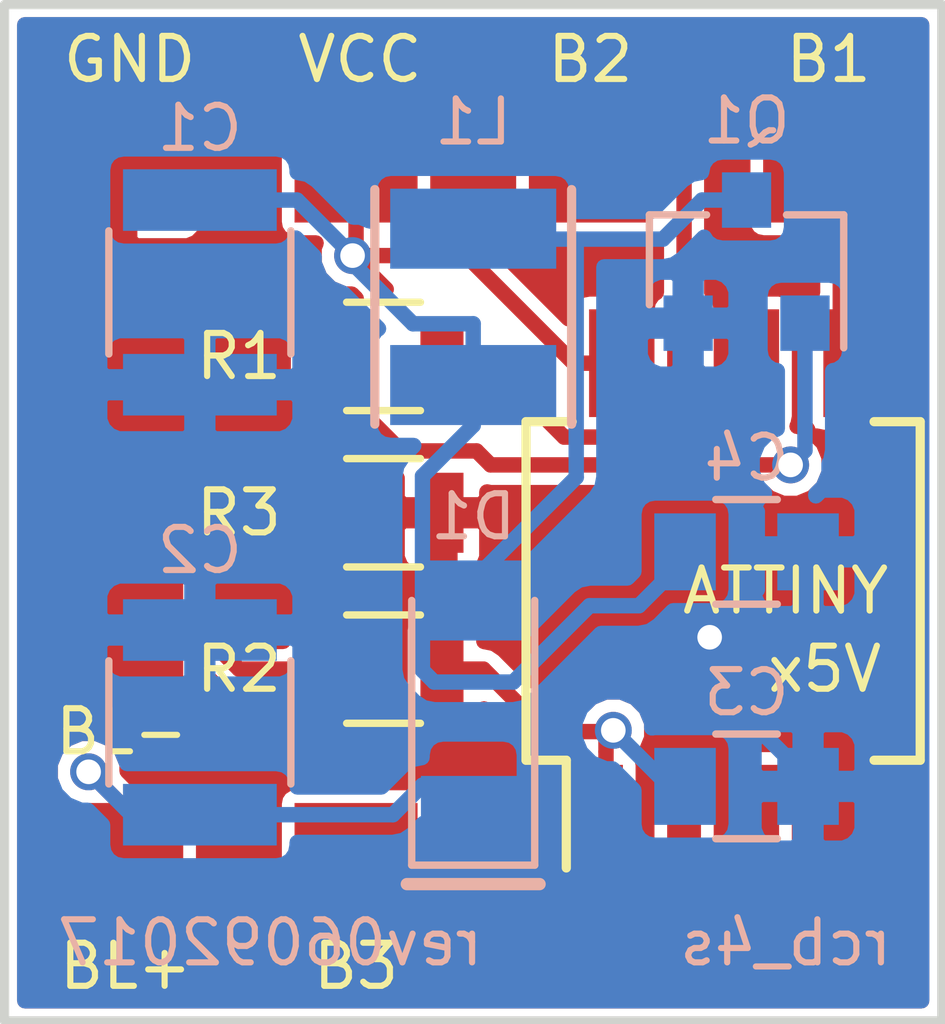
<source format=kicad_pcb>
(kicad_pcb (version 4) (host pcbnew 4.0.4-stable)

  (general
    (links 24)
    (no_connects 1)
    (area 109.144999 56.439999 124.535001 73.100001)
    (thickness 1.6)
    (drawings 8)
    (tracks 109)
    (zones 0)
    (modules 18)
    (nets 12)
  )

  (page A4)
  (layers
    (0 F.Cu signal hide)
    (31 B.Cu signal hide)
    (32 B.Adhes user)
    (33 F.Adhes user)
    (34 B.Paste user)
    (35 F.Paste user)
    (36 B.SilkS user)
    (37 F.SilkS user)
    (38 B.Mask user)
    (39 F.Mask user)
    (40 Dwgs.User user)
    (41 Cmts.User user)
    (42 Eco1.User user)
    (43 Eco2.User user)
    (44 Edge.Cuts user)
    (45 Margin user)
    (46 B.CrtYd user hide)
    (47 F.CrtYd user hide)
    (48 B.Fab user hide)
    (49 F.Fab user hide)
  )

  (setup
    (last_trace_width 0.25)
    (trace_clearance 0.2)
    (zone_clearance 0.127)
    (zone_45_only no)
    (trace_min 0.2)
    (segment_width 0.2)
    (edge_width 0.15)
    (via_size 0.6)
    (via_drill 0.4)
    (via_min_size 0.4)
    (via_min_drill 0.3)
    (uvia_size 0.3)
    (uvia_drill 0.1)
    (uvias_allowed no)
    (uvia_min_size 0.2)
    (uvia_min_drill 0.1)
    (pcb_text_width 0.3)
    (pcb_text_size 1.5 1.5)
    (mod_edge_width 0.15)
    (mod_text_size 1 1)
    (mod_text_width 0.15)
    (pad_size 2 2)
    (pad_drill 0)
    (pad_to_mask_clearance 0)
    (aux_axis_origin 0 0)
    (visible_elements 7FFFFD5F)
    (pcbplotparams
      (layerselection 0x010fc_80000001)
      (usegerberextensions true)
      (excludeedgelayer true)
      (linewidth 0.100000)
      (plotframeref false)
      (viasonmask false)
      (mode 1)
      (useauxorigin false)
      (hpglpennumber 1)
      (hpglpenspeed 20)
      (hpglpendiameter 15)
      (hpglpenoverlay 2)
      (psnegative false)
      (psa4output false)
      (plotreference true)
      (plotvalue true)
      (plotinvisibletext false)
      (padsonsilk false)
      (subtractmaskfromsilk false)
      (outputformat 1)
      (mirror false)
      (drillshape 0)
      (scaleselection 1)
      (outputdirectory gerber/panel/))
  )

  (net 0 "")
  (net 1 GND)
  (net 2 VCC)
  (net 3 "Net-(D1-Pad2)")
  (net 4 "Net-(IC1-Pad3)")
  (net 5 "Net-(IC1-Pad5)")
  (net 6 "Net-(IC1-Pad6)")
  (net 7 "Net-(IC1-Pad7)")
  (net 8 "Net-(Q1-Pad1)")
  (net 9 "Net-(R2-Pad2)")
  (net 10 "Net-(C3-Pad2)")
  (net 11 "Net-(C2-Pad1)")

  (net_class Default "Dies ist die voreingestellte Netzklasse."
    (clearance 0.2)
    (trace_width 0.25)
    (via_dia 0.6)
    (via_drill 0.4)
    (uvia_dia 0.3)
    (uvia_drill 0.1)
    (add_net GND)
    (add_net "Net-(C2-Pad1)")
    (add_net "Net-(C3-Pad2)")
    (add_net "Net-(D1-Pad2)")
    (add_net "Net-(IC1-Pad3)")
    (add_net "Net-(IC1-Pad5)")
    (add_net "Net-(IC1-Pad6)")
    (add_net "Net-(IC1-Pad7)")
    (add_net "Net-(Q1-Pad1)")
    (add_net "Net-(R2-Pad2)")
    (add_net VCC)
  )

  (module SMD_Packages:1Pin (layer F.Cu) (tedit 597AEFDF) (tstamp 59787732)
    (at 118.745 59.055)
    (descr "module 1 pin (ou trou mecanique de percage)")
    (tags DEV)
    (path /596DE91F)
    (fp_text reference W2 (at 0 -3.50012) (layer F.SilkS) hide
      (effects (font (size 1 1) (thickness 0.15)))
    )
    (fp_text value B2 (at 0 -1.651) (layer F.SilkS)
      (effects (font (size 0.7 0.7) (thickness 0.1)))
    )
    (pad 1 smd rect (at 0 0) (size 2 2) (layers F.Cu F.Paste F.Mask)
      (net 7 "Net-(IC1-Pad7)"))
  )

  (module SMD_Packages:1Pin (layer F.Cu) (tedit 597AEFD9) (tstamp 5978772D)
    (at 122.555 59.055)
    (descr "module 1 pin (ou trou mecanique de percage)")
    (tags DEV)
    (path /596DE836)
    (fp_text reference W1 (at 0 -3.50012) (layer F.SilkS) hide
      (effects (font (size 1 1) (thickness 0.15)))
    )
    (fp_text value B1 (at 0.0635 -1.651) (layer F.SilkS)
      (effects (font (size 0.7 0.7) (thickness 0.1)))
    )
    (pad 1 smd rect (at 0 0) (size 2 2) (layers F.Cu F.Paste F.Mask)
      (net 5 "Net-(IC1-Pad5)"))
  )

  (module SMD_Packages:1Pin (layer F.Cu) (tedit 597AEFE4) (tstamp 59787737)
    (at 114.935 70.485)
    (descr "module 1 pin (ou trou mecanique de percage)")
    (tags DEV)
    (path /596DE979)
    (fp_text reference W3 (at 0 -3.50012) (layer F.SilkS) hide
      (effects (font (size 1 1) (thickness 0.15)))
    )
    (fp_text value B3 (at 0 1.651) (layer F.SilkS)
      (effects (font (size 0.7 0.7) (thickness 0.1)))
    )
    (pad 1 smd rect (at 0 0) (size 2 2) (layers F.Cu F.Paste F.Mask)
      (net 4 "Net-(IC1-Pad3)"))
  )

  (module SMD_Packages:1Pin (layer F.Cu) (tedit 5978A7F2) (tstamp 59787741)
    (at 111.125 70.485)
    (descr "module 1 pin (ou trou mecanique de percage)")
    (tags DEV)
    (path /596DEE21)
    (fp_text reference W5 (at 0 -3.50012) (layer F.SilkS) hide
      (effects (font (size 1 1) (thickness 0.15)))
    )
    (fp_text value BL+ (at 0.0635 1.651) (layer F.SilkS)
      (effects (font (size 0.7 0.7) (thickness 0.1)))
    )
    (pad 1 smd rect (at 0 0) (size 2 2) (layers F.Cu F.Paste F.Mask)
      (net 11 "Net-(C2-Pad1)"))
  )

  (module SMD_Packages:1Pin (layer F.Cu) (tedit 5978A7EB) (tstamp 5978773C)
    (at 111.125 66.675 270)
    (descr "module 1 pin (ou trou mecanique de percage)")
    (tags DEV)
    (path /596DEB60)
    (fp_text reference W4 (at 0 -3.50012 270) (layer F.SilkS) hide
      (effects (font (size 1 1) (thickness 0.15)))
    )
    (fp_text value BL- (at 1.651 0 360) (layer F.SilkS)
      (effects (font (size 0.7 0.7) (thickness 0.1)))
    )
    (pad 1 smd rect (at 0 0 270) (size 2 2) (layers F.Cu F.Paste F.Mask)
      (net 9 "Net-(R2-Pad2)"))
  )

  (module SMD_Packages:1Pin (layer F.Cu) (tedit 5978A7E2) (tstamp 5978774B)
    (at 111.125 59.055)
    (descr "module 1 pin (ou trou mecanique de percage)")
    (tags DEV)
    (path /596E0601)
    (fp_text reference W7 (at 0 -3.50012) (layer F.SilkS) hide
      (effects (font (size 1 1) (thickness 0.15)))
    )
    (fp_text value GND (at 0.127 -1.651) (layer F.SilkS)
      (effects (font (size 0.7 0.7) (thickness 0.1)))
    )
    (pad 1 smd rect (at 0 0) (size 2 2) (layers F.Cu F.Paste F.Mask)
      (net 1 GND))
  )

  (module SMD_Packages:1Pin (layer F.Cu) (tedit 5978A7DA) (tstamp 59787746)
    (at 114.935 59.055)
    (descr "module 1 pin (ou trou mecanique de percage)")
    (tags DEV)
    (path /596E045D)
    (fp_text reference W6 (at 0 -3.50012) (layer F.SilkS) hide
      (effects (font (size 1 1) (thickness 0.15)))
    )
    (fp_text value VCC (at 0.0635 -1.651) (layer F.SilkS)
      (effects (font (size 0.7 0.7) (thickness 0.1)))
    )
    (pad 1 smd rect (at 0 0) (size 2 2) (layers F.Cu F.Paste F.Mask)
      (net 2 VCC))
  )

  (module Capacitors_SMD:C_0805 (layer B.Cu) (tedit 597AF01A) (tstamp 597876F7)
    (at 121.285 69.215 180)
    (descr "Capacitor SMD 0805, reflow soldering, AVX (see smccp.pdf)")
    (tags "capacitor 0805")
    (path /59775265)
    (attr smd)
    (fp_text reference C3 (at 0 1.524 180) (layer B.SilkS)
      (effects (font (size 0.7 0.7) (thickness 0.1)) (justify mirror))
    )
    (fp_text value 100nF (at 0 -1.75 180) (layer B.Fab) hide
      (effects (font (size 1 1) (thickness 0.15)) (justify mirror))
    )
    (fp_text user %R (at 0 1.5 180) (layer B.Fab)
      (effects (font (size 1 1) (thickness 0.15)) (justify mirror))
    )
    (fp_line (start -1 -0.62) (end -1 0.62) (layer B.Fab) (width 0.1))
    (fp_line (start 1 -0.62) (end -1 -0.62) (layer B.Fab) (width 0.1))
    (fp_line (start 1 0.62) (end 1 -0.62) (layer B.Fab) (width 0.1))
    (fp_line (start -1 0.62) (end 1 0.62) (layer B.Fab) (width 0.1))
    (fp_line (start 0.5 0.85) (end -0.5 0.85) (layer B.SilkS) (width 0.12))
    (fp_line (start -0.5 -0.85) (end 0.5 -0.85) (layer B.SilkS) (width 0.12))
    (fp_line (start -1.75 0.88) (end 1.75 0.88) (layer B.CrtYd) (width 0.05))
    (fp_line (start -1.75 0.88) (end -1.75 -0.87) (layer B.CrtYd) (width 0.05))
    (fp_line (start 1.75 -0.87) (end 1.75 0.88) (layer B.CrtYd) (width 0.05))
    (fp_line (start 1.75 -0.87) (end -1.75 -0.87) (layer B.CrtYd) (width 0.05))
    (pad 1 smd rect (at -1 0 180) (size 1 1.25) (layers B.Cu B.Paste B.Mask)
      (net 1 GND))
    (pad 2 smd rect (at 1 0 180) (size 1 1.25) (layers B.Cu B.Paste B.Mask)
      (net 10 "Net-(C3-Pad2)"))
    (model Capacitors_SMD.3dshapes/C_0805.wrl
      (at (xyz 0 0 0))
      (scale (xyz 1 1 1))
      (rotate (xyz 0 0 0))
    )
  )

  (module TO_SOT_Packages_SMD:SOT-23 (layer B.Cu) (tedit 597AF026) (tstamp 59787716)
    (at 121.285 60.69 90)
    (descr "SOT-23, Standard")
    (tags SOT-23)
    (path /596DCD2B)
    (attr smd)
    (fp_text reference Q1 (at 2.286 0 180) (layer B.SilkS)
      (effects (font (size 0.7 0.7) (thickness 0.1)) (justify mirror))
    )
    (fp_text value BC817-40 (at 0 -2.5 90) (layer B.Fab) hide
      (effects (font (size 1 1) (thickness 0.15)) (justify mirror))
    )
    (fp_text user %R (at 0 0 360) (layer B.Fab)
      (effects (font (size 0.5 0.5) (thickness 0.075)) (justify mirror))
    )
    (fp_line (start -0.7 0.95) (end -0.7 -1.5) (layer B.Fab) (width 0.1))
    (fp_line (start -0.15 1.52) (end 0.7 1.52) (layer B.Fab) (width 0.1))
    (fp_line (start -0.7 0.95) (end -0.15 1.52) (layer B.Fab) (width 0.1))
    (fp_line (start 0.7 1.52) (end 0.7 -1.52) (layer B.Fab) (width 0.1))
    (fp_line (start -0.7 -1.52) (end 0.7 -1.52) (layer B.Fab) (width 0.1))
    (fp_line (start 0.76 -1.58) (end 0.76 -0.65) (layer B.SilkS) (width 0.12))
    (fp_line (start 0.76 1.58) (end 0.76 0.65) (layer B.SilkS) (width 0.12))
    (fp_line (start -1.7 1.75) (end 1.7 1.75) (layer B.CrtYd) (width 0.05))
    (fp_line (start 1.7 1.75) (end 1.7 -1.75) (layer B.CrtYd) (width 0.05))
    (fp_line (start 1.7 -1.75) (end -1.7 -1.75) (layer B.CrtYd) (width 0.05))
    (fp_line (start -1.7 -1.75) (end -1.7 1.75) (layer B.CrtYd) (width 0.05))
    (fp_line (start 0.76 1.58) (end -1.4 1.58) (layer B.SilkS) (width 0.12))
    (fp_line (start 0.76 -1.58) (end -0.7 -1.58) (layer B.SilkS) (width 0.12))
    (pad 1 smd rect (at -1 0.95 90) (size 0.9 0.8) (layers B.Cu B.Paste B.Mask)
      (net 8 "Net-(Q1-Pad1)"))
    (pad 2 smd rect (at -1 -0.95 90) (size 0.9 0.8) (layers B.Cu B.Paste B.Mask)
      (net 1 GND))
    (pad 3 smd rect (at 1 0 90) (size 0.9 0.8) (layers B.Cu B.Paste B.Mask)
      (net 3 "Net-(D1-Pad2)"))
    (model ${KISYS3DMOD}/TO_SOT_Packages_SMD.3dshapes/SOT-23.wrl
      (at (xyz 0 0 0))
      (scale (xyz 1 1 1))
      (rotate (xyz 0 0 90))
    )
  )

  (module Resistors_SMD:R_0805 (layer F.Cu) (tedit 5978A6CA) (tstamp 5978771C)
    (at 115.382 62.23)
    (descr "Resistor SMD 0805, reflow soldering, Vishay (see dcrcw.pdf)")
    (tags "resistor 0805")
    (path /596DCF29)
    (attr smd)
    (fp_text reference R1 (at -2.352 0) (layer F.SilkS)
      (effects (font (size 0.7 0.7) (thickness 0.1)))
    )
    (fp_text value 220 (at 0 1.75) (layer F.Fab)
      (effects (font (size 1 1) (thickness 0.15)))
    )
    (fp_text user %R (at 0 0) (layer F.Fab)
      (effects (font (size 0.5 0.5) (thickness 0.075)))
    )
    (fp_line (start -1 0.62) (end -1 -0.62) (layer F.Fab) (width 0.1))
    (fp_line (start 1 0.62) (end -1 0.62) (layer F.Fab) (width 0.1))
    (fp_line (start 1 -0.62) (end 1 0.62) (layer F.Fab) (width 0.1))
    (fp_line (start -1 -0.62) (end 1 -0.62) (layer F.Fab) (width 0.1))
    (fp_line (start 0.6 0.88) (end -0.6 0.88) (layer F.SilkS) (width 0.12))
    (fp_line (start -0.6 -0.88) (end 0.6 -0.88) (layer F.SilkS) (width 0.12))
    (fp_line (start -1.55 -0.9) (end 1.55 -0.9) (layer F.CrtYd) (width 0.05))
    (fp_line (start -1.55 -0.9) (end -1.55 0.9) (layer F.CrtYd) (width 0.05))
    (fp_line (start 1.55 0.9) (end 1.55 -0.9) (layer F.CrtYd) (width 0.05))
    (fp_line (start 1.55 0.9) (end -1.55 0.9) (layer F.CrtYd) (width 0.05))
    (pad 1 smd rect (at -0.95 0) (size 0.7 1.3) (layers F.Cu F.Paste F.Mask)
      (net 8 "Net-(Q1-Pad1)"))
    (pad 2 smd rect (at 0.95 0) (size 0.7 1.3) (layers F.Cu F.Paste F.Mask)
      (net 6 "Net-(IC1-Pad6)"))
    (model ${KISYS3DMOD}/Resistors_SMD.3dshapes/R_0805.wrl
      (at (xyz 0 0 0))
      (scale (xyz 1 1 1))
      (rotate (xyz 0 0 0))
    )
  )

  (module Resistors_SMD:R_0805 (layer F.Cu) (tedit 5978A6DE) (tstamp 59787722)
    (at 115.382 67.31 180)
    (descr "Resistor SMD 0805, reflow soldering, Vishay (see dcrcw.pdf)")
    (tags "resistor 0805")
    (path /596DE38C)
    (attr smd)
    (fp_text reference R2 (at 2.352 0 180) (layer F.SilkS)
      (effects (font (size 0.7 0.7) (thickness 0.1)))
    )
    (fp_text value 1k (at 0 1.75 180) (layer F.Fab)
      (effects (font (size 1 1) (thickness 0.15)))
    )
    (fp_text user %R (at 0 0 180) (layer F.Fab)
      (effects (font (size 0.5 0.5) (thickness 0.075)))
    )
    (fp_line (start -1 0.62) (end -1 -0.62) (layer F.Fab) (width 0.1))
    (fp_line (start 1 0.62) (end -1 0.62) (layer F.Fab) (width 0.1))
    (fp_line (start 1 -0.62) (end 1 0.62) (layer F.Fab) (width 0.1))
    (fp_line (start -1 -0.62) (end 1 -0.62) (layer F.Fab) (width 0.1))
    (fp_line (start 0.6 0.88) (end -0.6 0.88) (layer F.SilkS) (width 0.12))
    (fp_line (start -0.6 -0.88) (end 0.6 -0.88) (layer F.SilkS) (width 0.12))
    (fp_line (start -1.55 -0.9) (end 1.55 -0.9) (layer F.CrtYd) (width 0.05))
    (fp_line (start -1.55 -0.9) (end -1.55 0.9) (layer F.CrtYd) (width 0.05))
    (fp_line (start 1.55 0.9) (end 1.55 -0.9) (layer F.CrtYd) (width 0.05))
    (fp_line (start 1.55 0.9) (end -1.55 0.9) (layer F.CrtYd) (width 0.05))
    (pad 1 smd rect (at -0.95 0 180) (size 0.7 1.3) (layers F.Cu F.Paste F.Mask)
      (net 10 "Net-(C3-Pad2)"))
    (pad 2 smd rect (at 0.95 0 180) (size 0.7 1.3) (layers F.Cu F.Paste F.Mask)
      (net 9 "Net-(R2-Pad2)"))
    (model ${KISYS3DMOD}/Resistors_SMD.3dshapes/R_0805.wrl
      (at (xyz 0 0 0))
      (scale (xyz 1 1 1))
      (rotate (xyz 0 0 0))
    )
  )

  (module Resistors_SMD:R_0805 (layer F.Cu) (tedit 5978A6BF) (tstamp 59787728)
    (at 115.382 64.77)
    (descr "Resistor SMD 0805, reflow soldering, Vishay (see dcrcw.pdf)")
    (tags "resistor 0805")
    (path /596DE18F)
    (attr smd)
    (fp_text reference R3 (at -2.352 0) (layer F.SilkS)
      (effects (font (size 0.7 0.7) (thickness 0.1)))
    )
    (fp_text value 10 (at 0 1.75) (layer F.Fab)
      (effects (font (size 1 1) (thickness 0.15)))
    )
    (fp_text user %R (at 0 0) (layer F.Fab)
      (effects (font (size 0.5 0.5) (thickness 0.075)))
    )
    (fp_line (start -1 0.62) (end -1 -0.62) (layer F.Fab) (width 0.1))
    (fp_line (start 1 0.62) (end -1 0.62) (layer F.Fab) (width 0.1))
    (fp_line (start 1 -0.62) (end 1 0.62) (layer F.Fab) (width 0.1))
    (fp_line (start -1 -0.62) (end 1 -0.62) (layer F.Fab) (width 0.1))
    (fp_line (start 0.6 0.88) (end -0.6 0.88) (layer F.SilkS) (width 0.12))
    (fp_line (start -0.6 -0.88) (end 0.6 -0.88) (layer F.SilkS) (width 0.12))
    (fp_line (start -1.55 -0.9) (end 1.55 -0.9) (layer F.CrtYd) (width 0.05))
    (fp_line (start -1.55 -0.9) (end -1.55 0.9) (layer F.CrtYd) (width 0.05))
    (fp_line (start 1.55 0.9) (end 1.55 -0.9) (layer F.CrtYd) (width 0.05))
    (fp_line (start 1.55 0.9) (end -1.55 0.9) (layer F.CrtYd) (width 0.05))
    (pad 1 smd rect (at -0.95 0) (size 0.7 1.3) (layers F.Cu F.Paste F.Mask)
      (net 9 "Net-(R2-Pad2)"))
    (pad 2 smd rect (at 0.95 0) (size 0.7 1.3) (layers F.Cu F.Paste F.Mask)
      (net 1 GND))
    (model ${KISYS3DMOD}/Resistors_SMD.3dshapes/R_0805.wrl
      (at (xyz 0 0 0))
      (scale (xyz 1 1 1))
      (rotate (xyz 0 0 0))
    )
  )

  (module Capacitors_SMD:C_0805 (layer B.Cu) (tedit 597AF02F) (tstamp 597898D4)
    (at 121.285 65.405)
    (descr "Capacitor SMD 0805, reflow soldering, AVX (see smccp.pdf)")
    (tags "capacitor 0805")
    (path /596DCBE4)
    (attr smd)
    (fp_text reference C4 (at 0 -1.524) (layer B.SilkS)
      (effects (font (size 0.7 0.7) (thickness 0.1)) (justify mirror))
    )
    (fp_text value 100nF (at 0 -1.75) (layer B.Fab) hide
      (effects (font (size 1 1) (thickness 0.15)) (justify mirror))
    )
    (fp_text user %R (at 0 1.5) (layer B.Fab)
      (effects (font (size 1 1) (thickness 0.15)) (justify mirror))
    )
    (fp_line (start -1 -0.62) (end -1 0.62) (layer B.Fab) (width 0.1))
    (fp_line (start 1 -0.62) (end -1 -0.62) (layer B.Fab) (width 0.1))
    (fp_line (start 1 0.62) (end 1 -0.62) (layer B.Fab) (width 0.1))
    (fp_line (start -1 0.62) (end 1 0.62) (layer B.Fab) (width 0.1))
    (fp_line (start 0.5 0.85) (end -0.5 0.85) (layer B.SilkS) (width 0.12))
    (fp_line (start -0.5 -0.85) (end 0.5 -0.85) (layer B.SilkS) (width 0.12))
    (fp_line (start -1.75 0.88) (end 1.75 0.88) (layer B.CrtYd) (width 0.05))
    (fp_line (start -1.75 0.88) (end -1.75 -0.87) (layer B.CrtYd) (width 0.05))
    (fp_line (start 1.75 -0.87) (end 1.75 0.88) (layer B.CrtYd) (width 0.05))
    (fp_line (start 1.75 -0.87) (end -1.75 -0.87) (layer B.CrtYd) (width 0.05))
    (pad 1 smd rect (at -1 0) (size 1 1.25) (layers B.Cu B.Paste B.Mask)
      (net 2 VCC))
    (pad 2 smd rect (at 1 0) (size 1 1.25) (layers B.Cu B.Paste B.Mask)
      (net 1 GND))
    (model Capacitors_SMD.3dshapes/C_0805.wrl
      (at (xyz 0 0 0))
      (scale (xyz 1 1 1))
      (rotate (xyz 0 0 0))
    )
  )

  (module Capacitors_SMD:C_1210 (layer B.Cu) (tedit 597AF012) (tstamp 597AE3AE)
    (at 112.395 61.19 90)
    (descr "Capacitor SMD 1210, reflow soldering, AVX (see smccp.pdf)")
    (tags "capacitor 1210")
    (path /59789A87)
    (attr smd)
    (fp_text reference C1 (at 2.667 0 180) (layer B.SilkS)
      (effects (font (size 0.7 0.7) (thickness 0.1)) (justify mirror))
    )
    (fp_text value 47µF (at 0 -2.5 90) (layer B.Fab) hide
      (effects (font (size 1 1) (thickness 0.15)) (justify mirror))
    )
    (fp_text user %R (at 0 2.25 90) (layer B.Fab)
      (effects (font (size 1 1) (thickness 0.15)) (justify mirror))
    )
    (fp_line (start -1.6 -1.25) (end -1.6 1.25) (layer B.Fab) (width 0.1))
    (fp_line (start 1.6 -1.25) (end -1.6 -1.25) (layer B.Fab) (width 0.1))
    (fp_line (start 1.6 1.25) (end 1.6 -1.25) (layer B.Fab) (width 0.1))
    (fp_line (start -1.6 1.25) (end 1.6 1.25) (layer B.Fab) (width 0.1))
    (fp_line (start 1 1.48) (end -1 1.48) (layer B.SilkS) (width 0.12))
    (fp_line (start -1 -1.48) (end 1 -1.48) (layer B.SilkS) (width 0.12))
    (fp_line (start -2.25 1.5) (end 2.25 1.5) (layer B.CrtYd) (width 0.05))
    (fp_line (start -2.25 1.5) (end -2.25 -1.5) (layer B.CrtYd) (width 0.05))
    (fp_line (start 2.25 -1.5) (end 2.25 1.5) (layer B.CrtYd) (width 0.05))
    (fp_line (start 2.25 -1.5) (end -2.25 -1.5) (layer B.CrtYd) (width 0.05))
    (pad 1 smd rect (at -1.5 0 90) (size 1 2.5) (layers B.Cu B.Paste B.Mask)
      (net 1 GND))
    (pad 2 smd rect (at 1.5 0 90) (size 1 2.5) (layers B.Cu B.Paste B.Mask)
      (net 2 VCC))
    (model Capacitors_SMD.3dshapes/C_1210.wrl
      (at (xyz 0 0 0))
      (scale (xyz 1 1 1))
      (rotate (xyz 0 0 0))
    )
  )

  (module Capacitors_SMD:C_1210 (layer B.Cu) (tedit 597AF015) (tstamp 597AE3B3)
    (at 112.395 68.175 90)
    (descr "Capacitor SMD 1210, reflow soldering, AVX (see smccp.pdf)")
    (tags "capacitor 1210")
    (path /596DCABF)
    (attr smd)
    (fp_text reference C2 (at 2.794 0 180) (layer B.SilkS)
      (effects (font (size 0.7 0.7) (thickness 0.1)) (justify mirror))
    )
    (fp_text value 4,7µF (at 0 -2.5 90) (layer B.Fab) hide
      (effects (font (size 1 1) (thickness 0.15)) (justify mirror))
    )
    (fp_text user %R (at 0 2.25 90) (layer B.Fab)
      (effects (font (size 1 1) (thickness 0.15)) (justify mirror))
    )
    (fp_line (start -1.6 -1.25) (end -1.6 1.25) (layer B.Fab) (width 0.1))
    (fp_line (start 1.6 -1.25) (end -1.6 -1.25) (layer B.Fab) (width 0.1))
    (fp_line (start 1.6 1.25) (end 1.6 -1.25) (layer B.Fab) (width 0.1))
    (fp_line (start -1.6 1.25) (end 1.6 1.25) (layer B.Fab) (width 0.1))
    (fp_line (start 1 1.48) (end -1 1.48) (layer B.SilkS) (width 0.12))
    (fp_line (start -1 -1.48) (end 1 -1.48) (layer B.SilkS) (width 0.12))
    (fp_line (start -2.25 1.5) (end 2.25 1.5) (layer B.CrtYd) (width 0.05))
    (fp_line (start -2.25 1.5) (end -2.25 -1.5) (layer B.CrtYd) (width 0.05))
    (fp_line (start 2.25 -1.5) (end 2.25 1.5) (layer B.CrtYd) (width 0.05))
    (fp_line (start 2.25 -1.5) (end -2.25 -1.5) (layer B.CrtYd) (width 0.05))
    (pad 1 smd rect (at -1.5 0 90) (size 1 2.5) (layers B.Cu B.Paste B.Mask)
      (net 11 "Net-(C2-Pad1)"))
    (pad 2 smd rect (at 1.5 0 90) (size 1 2.5) (layers B.Cu B.Paste B.Mask)
      (net 1 GND))
    (model Capacitors_SMD.3dshapes/C_1210.wrl
      (at (xyz 0 0 0))
      (scale (xyz 1 1 1))
      (rotate (xyz 0 0 0))
    )
  )

  (module Housings_SOIC:SO-8_5.3x6.2mm_Pitch1.27mm (layer F.Cu) (tedit 59AE8824) (tstamp 59787709)
    (at 120.904 66.04 90)
    (descr "8-Lead Plastic Small Outline, 5.3x6.2mm Body (http://www.ti.com.cn/cn/lit/ds/symlink/tl7705a.pdf)")
    (tags "SOIC 1.27")
    (path /596DC970)
    (attr smd)
    (fp_text reference ATTINY (at 0 1.016 180) (layer F.SilkS)
      (effects (font (size 0.7 0.7) (thickness 0.1)))
    )
    (fp_text value ATTINY (at 0 4.13 90) (layer F.Fab)
      (effects (font (size 1 1) (thickness 0.15)))
    )
    (fp_text user %R (at 0 0 90) (layer F.Fab)
      (effects (font (size 1 1) (thickness 0.15)))
    )
    (fp_line (start -1.65 -3.1) (end 2.65 -3.1) (layer F.Fab) (width 0.15))
    (fp_line (start 2.65 -3.1) (end 2.65 3.1) (layer F.Fab) (width 0.15))
    (fp_line (start 2.65 3.1) (end -2.65 3.1) (layer F.Fab) (width 0.15))
    (fp_line (start -2.65 3.1) (end -2.65 -2.1) (layer F.Fab) (width 0.15))
    (fp_line (start -2.65 -2.1) (end -1.65 -3.1) (layer F.Fab) (width 0.15))
    (fp_line (start -4.83 -3.35) (end -4.83 3.35) (layer F.CrtYd) (width 0.05))
    (fp_line (start 4.83 -3.35) (end 4.83 3.35) (layer F.CrtYd) (width 0.05))
    (fp_line (start -4.83 -3.35) (end 4.83 -3.35) (layer F.CrtYd) (width 0.05))
    (fp_line (start -4.83 3.35) (end 4.83 3.35) (layer F.CrtYd) (width 0.05))
    (fp_line (start -2.75 -3.205) (end -2.75 -2.55) (layer F.SilkS) (width 0.15))
    (fp_line (start 2.75 -3.205) (end 2.75 -2.455) (layer F.SilkS) (width 0.15))
    (fp_line (start 2.75 3.205) (end 2.75 2.455) (layer F.SilkS) (width 0.15))
    (fp_line (start -2.75 3.205) (end -2.75 2.455) (layer F.SilkS) (width 0.15))
    (fp_line (start -2.75 -3.205) (end 2.75 -3.205) (layer F.SilkS) (width 0.15))
    (fp_line (start -2.75 3.205) (end 2.75 3.205) (layer F.SilkS) (width 0.15))
    (fp_line (start -2.75 -2.55) (end -4.5 -2.55) (layer F.SilkS) (width 0.15))
    (pad 1 smd rect (at -3.7 -1.905 90) (size 1.75 0.55) (layers F.Cu F.Paste F.Mask)
      (net 10 "Net-(C3-Pad2)"))
    (pad 2 smd rect (at -3.7 -0.635 90) (size 1.75 0.55) (layers F.Cu F.Paste F.Mask))
    (pad 3 smd rect (at -3.7 0.635 90) (size 1.75 0.55) (layers F.Cu F.Paste F.Mask)
      (net 4 "Net-(IC1-Pad3)"))
    (pad 4 smd rect (at -3.7 1.905 90) (size 1.75 0.55) (layers F.Cu F.Paste F.Mask)
      (net 1 GND))
    (pad 5 smd rect (at 3.7 1.905 90) (size 1.75 0.55) (layers F.Cu F.Paste F.Mask)
      (net 5 "Net-(IC1-Pad5)"))
    (pad 6 smd rect (at 3.7 0.635 90) (size 1.75 0.55) (layers F.Cu F.Paste F.Mask)
      (net 6 "Net-(IC1-Pad6)"))
    (pad 7 smd rect (at 3.7 -0.635 90) (size 1.75 0.55) (layers F.Cu F.Paste F.Mask)
      (net 7 "Net-(IC1-Pad7)"))
    (pad 8 smd rect (at 3.7 -1.905 90) (size 1.75 0.55) (layers F.Cu F.Paste F.Mask)
      (net 2 VCC))
    (model ${KISYS3DMOD}/Housings_SOIC.3dshapes/SO-8_5.3x6.2mm_Pitch1.27mm.wrl
      (at (xyz 0 0 0))
      (scale (xyz 1 1 1))
      (rotate (xyz 0 0 0))
    )
  )

  (module 1212fps-inductor:1212fps-inductor-handsoldering (layer B.Cu) (tedit 59AFAD3C) (tstamp 5978770F)
    (at 116.84 61.425 270)
    (descr "Inductor, 1212 FPS")
    (tags "inductor ")
    (path /596DD621)
    (attr smd)
    (fp_text reference L1 (at -3.005 0 360) (layer B.SilkS)
      (effects (font (size 0.7 0.7) (thickness 0.1)) (justify mirror))
    )
    (fp_text value 100µH (at 0 -3.5 270) (layer B.Fab) hide
      (effects (font (size 1 1) (thickness 0.15)) (justify mirror))
    )
    (fp_line (start -1.778 1.524) (end -1.778 -1.524) (layer B.Fab) (width 0.15))
    (fp_line (start -1.778 -1.524) (end 1.778 -1.524) (layer B.Fab) (width 0.15))
    (fp_line (start 1.778 -1.524) (end 1.778 1.524) (layer B.Fab) (width 0.15))
    (fp_line (start 1.778 1.524) (end -1.778 1.524) (layer B.Fab) (width 0.15))
    (fp_line (start -1.905 1.6) (end 1.905 1.6) (layer B.SilkS) (width 0.15))
    (fp_line (start -1.905 -1.6) (end 1.905 -1.6) (layer B.SilkS) (width 0.15))
    (fp_line (start -2.159 1.778) (end -2.159 -1.778) (layer B.CrtYd) (width 0.05))
    (fp_line (start -2.159 -1.778) (end 2.159 -1.778) (layer B.CrtYd) (width 0.05))
    (fp_line (start 2.159 -1.778) (end 2.159 1.778) (layer B.CrtYd) (width 0.05))
    (fp_line (start 2.159 1.778) (end -2.159 1.778) (layer B.CrtYd) (width 0.05))
    (pad 1 smd rect (at -1.27 0 270) (size 1.3 2.7) (layers B.Cu B.Paste B.Mask)
      (net 3 "Net-(D1-Pad2)"))
    (pad 2 smd rect (at 1.27 0 270) (size 1.3 2.7) (layers B.Cu B.Paste B.Mask)
      (net 2 VCC))
    (model Inductors.3dshapes/Inductor_Taiyo-Yuden_MD-4040.wrl
      (at (xyz 0 0 0))
      (scale (xyz 1 1 1))
      (rotate (xyz 0 0 0))
    )
  )

  (module Diodes_SMD:D_MiniMELF (layer B.Cu) (tedit 59B24D1F) (tstamp 597A09DE)
    (at 116.84 67.945 90)
    (descr "Diode Mini-MELF")
    (tags "Diode Mini-MELF")
    (path /596DD25B)
    (attr smd)
    (fp_text reference D1 (at 3.1115 0 180) (layer B.SilkS)
      (effects (font (size 0.7 0.7) (thickness 0.1)) (justify mirror))
    )
    (fp_text value D (at 0 -1.75 90) (layer B.Fab)
      (effects (font (size 1 1) (thickness 0.15)) (justify mirror))
    )
    (fp_text user %R (at 0 2 90) (layer B.Fab)
      (effects (font (size 1 1) (thickness 0.15)) (justify mirror))
    )
    (fp_line (start 1.75 1) (end -2.55 1) (layer B.SilkS) (width 0.12))
    (fp_line (start -2.55 1) (end -2.55 -1) (layer B.SilkS) (width 0.12))
    (fp_line (start -2.55 -1) (end 1.75 -1) (layer B.SilkS) (width 0.12))
    (fp_line (start 1.65 0.8) (end 1.65 -0.8) (layer B.Fab) (width 0.1))
    (fp_line (start 1.65 -0.8) (end -1.65 -0.8) (layer B.Fab) (width 0.1))
    (fp_line (start -1.65 -0.8) (end -1.65 0.8) (layer B.Fab) (width 0.1))
    (fp_line (start -1.65 0.8) (end 1.65 0.8) (layer B.Fab) (width 0.1))
    (fp_line (start 0.25 0) (end 0.75 0) (layer B.Fab) (width 0.1))
    (fp_line (start 0.25 -0.4) (end -0.35 0) (layer B.Fab) (width 0.1))
    (fp_line (start 0.25 0.4) (end 0.25 -0.4) (layer B.Fab) (width 0.1))
    (fp_line (start -0.35 0) (end 0.25 0.4) (layer B.Fab) (width 0.1))
    (fp_line (start -0.35 0) (end -0.35 -0.55) (layer B.Fab) (width 0.1))
    (fp_line (start -0.35 0) (end -0.35 0.55) (layer B.Fab) (width 0.1))
    (fp_line (start -0.75 0) (end -0.35 0) (layer B.Fab) (width 0.1))
    (fp_line (start -2.65 1.1) (end 2.65 1.1) (layer B.CrtYd) (width 0.05))
    (fp_line (start 2.65 1.1) (end 2.65 -1.1) (layer B.CrtYd) (width 0.05))
    (fp_line (start 2.65 -1.1) (end -2.65 -1.1) (layer B.CrtYd) (width 0.05))
    (fp_line (start -2.65 -1.1) (end -2.65 1.1) (layer B.CrtYd) (width 0.05))
    (pad 1 smd rect (at -1.75 0 90) (size 1.3 1.7) (layers B.Cu B.Paste B.Mask)
      (net 11 "Net-(C2-Pad1)"))
    (pad 2 smd rect (at 1.75 0 90) (size 1.3 1.7) (layers B.Cu B.Paste B.Mask)
      (net 3 "Net-(D1-Pad2)"))
    (model ${KISYS3DMOD}/Diodes_SMD.3dshapes/D_MiniMELF.wrl
      (at (xyz 0 0 0))
      (scale (xyz 1 1 1))
      (rotate (xyz 0 0 0))
    )
  )

  (gr_line (start 115.7605 70.8025) (end 117.9195 70.8025) (layer B.SilkS) (width 0.2))
  (gr_text rcb_4s (at 121.92 71.755) (layer B.SilkS) (tstamp 5979972E)
    (effects (font (size 0.7 0.7) (thickness 0.1)) (justify mirror))
  )
  (gr_text "rev06092017\n" (at 113.538 71.755) (layer B.SilkS)
    (effects (font (size 0.7 0.7) (thickness 0.1)) (justify mirror))
  )
  (gr_text x5V (at 122.555 67.31) (layer F.SilkS)
    (effects (font (size 0.7 0.7) (thickness 0.1)))
  )
  (gr_line (start 124.46 73.025) (end 124.46 56.515) (layer Edge.Cuts) (width 0.15) (tstamp 5978927D))
  (gr_line (start 109.22 73.025) (end 124.46 73.025) (layer Edge.Cuts) (width 0.15) (tstamp 59789276))
  (gr_line (start 109.22 73.025) (end 109.22 56.515) (layer Edge.Cuts) (width 0.15) (tstamp 5978923A))
  (gr_line (start 109.22 56.515) (end 124.46 56.515) (layer Edge.Cuts) (width 0.15))

  (segment (start 122.285 69.215) (end 122.285 69.09) (width 0.25) (layer B.Cu) (net 1))
  (segment (start 122.285 69.09) (end 120.6849 67.4899) (width 0.25) (layer B.Cu) (net 1))
  (segment (start 120.6849 67.4899) (end 120.6849 67.216764) (width 0.25) (layer B.Cu) (net 1))
  (segment (start 120.6849 67.216764) (end 120.6849 66.7925) (width 0.25) (layer B.Cu) (net 1))
  (segment (start 114.747002 63.5) (end 114.116998 63.5) (width 0.25) (layer F.Cu) (net 1))
  (segment (start 114.116998 63.5) (end 111.125 60.508002) (width 0.25) (layer F.Cu) (net 1))
  (segment (start 115.107001 64.307001) (end 115.107001 63.859999) (width 0.25) (layer F.Cu) (net 1))
  (segment (start 115.107001 63.859999) (end 114.747002 63.5) (width 0.25) (layer F.Cu) (net 1))
  (segment (start 115.6567 64.77) (end 115.57 64.77) (width 0.25) (layer F.Cu) (net 1))
  (segment (start 115.57 64.77) (end 115.107001 64.307001) (width 0.25) (layer F.Cu) (net 1))
  (via (at 120.6849 66.7925) (size 0.6) (layers F.Cu B.Cu) (net 1))
  (segment (start 111.125 60.4028) (end 111.125 59.055) (width 0.25) (layer F.Cu) (net 1))
  (segment (start 116.332 64.77) (end 115.6567 64.77) (width 0.25) (layer F.Cu) (net 1))
  (segment (start 122.809 69.74) (end 122.809 68.5397) (width 0.25) (layer F.Cu) (net 1))
  (segment (start 119.0298 66.7925) (end 117.0073 64.77) (width 0.25) (layer F.Cu) (net 1))
  (segment (start 120.6849 66.7925) (end 119.0298 66.7925) (width 0.25) (layer F.Cu) (net 1))
  (segment (start 121.0618 66.7925) (end 120.6849 66.7925) (width 0.25) (layer F.Cu) (net 1))
  (segment (start 122.809 68.5397) (end 121.0618 66.7925) (width 0.25) (layer F.Cu) (net 1))
  (segment (start 116.332 64.77) (end 117.0073 64.77) (width 0.25) (layer F.Cu) (net 1))
  (segment (start 112.395 66.675) (end 112.395 62.69) (width 0.25) (layer B.Cu) (net 1))
  (segment (start 112.395 66.675) (end 112.395 67.5003) (width 0.25) (layer B.Cu) (net 1))
  (segment (start 119.0757 66.7925) (end 120.6849 66.7925) (width 0.25) (layer B.Cu) (net 1))
  (segment (start 117.8455 68.0227) (end 119.0757 66.7925) (width 0.25) (layer B.Cu) (net 1))
  (segment (start 112.9174 68.0227) (end 117.8455 68.0227) (width 0.25) (layer B.Cu) (net 1))
  (segment (start 112.395 67.5003) (end 112.9174 68.0227) (width 0.25) (layer B.Cu) (net 1))
  (segment (start 122.285 65.405) (end 121.4597 65.405) (width 0.25) (layer B.Cu) (net 1))
  (segment (start 121.4597 64.7531) (end 121.4597 65.405) (width 0.25) (layer B.Cu) (net 1))
  (segment (start 120.335 63.6284) (end 121.4597 64.7531) (width 0.25) (layer B.Cu) (net 1))
  (segment (start 120.335 61.69) (end 120.335 63.6284) (width 0.25) (layer B.Cu) (net 1))
  (segment (start 121.4597 66.0177) (end 121.4597 65.405) (width 0.25) (layer B.Cu) (net 1))
  (segment (start 120.6849 66.7925) (end 121.4597 66.0177) (width 0.25) (layer B.Cu) (net 1))
  (segment (start 118.999 62.34) (end 118.474 62.34) (width 0.25) (layer F.Cu) (net 2))
  (segment (start 118.474 62.34) (end 116.7263 60.5923) (width 0.25) (layer F.Cu) (net 2))
  (segment (start 116.7263 60.5923) (end 115.302664 60.5923) (width 0.25) (layer F.Cu) (net 2))
  (segment (start 115.302664 60.5923) (end 114.8784 60.5923) (width 0.25) (layer F.Cu) (net 2))
  (segment (start 120.285 65.405) (end 120.285 65.53) (width 0.25) (layer B.Cu) (net 2))
  (segment (start 120.285 65.53) (end 119.535 66.28) (width 0.25) (layer B.Cu) (net 2))
  (segment (start 114.8784 60.7184) (end 114.8784 60.5923) (width 0.25) (layer B.Cu) (net 2))
  (segment (start 119.535 66.28) (end 118.7318 66.28) (width 0.25) (layer B.Cu) (net 2))
  (segment (start 115.8597 61.6997) (end 114.8784 60.7184) (width 0.25) (layer B.Cu) (net 2))
  (segment (start 118.7318 66.28) (end 117.4915 67.5203) (width 0.25) (layer B.Cu) (net 2))
  (segment (start 117.4915 67.5203) (end 116.2052 67.5203) (width 0.25) (layer B.Cu) (net 2))
  (segment (start 116.2052 67.5203) (end 116.0147 67.3298) (width 0.25) (layer B.Cu) (net 2))
  (segment (start 116.84 61.6997) (end 115.8597 61.6997) (width 0.25) (layer B.Cu) (net 2))
  (segment (start 116.0147 67.3298) (end 116.0147 64.1756) (width 0.25) (layer B.Cu) (net 2))
  (segment (start 116.0147 64.1756) (end 116.84 63.3503) (width 0.25) (layer B.Cu) (net 2))
  (segment (start 116.84 63.3503) (end 116.84 61.6997) (width 0.25) (layer B.Cu) (net 2))
  (via (at 114.8784 60.5923) (size 0.6) (layers F.Cu B.Cu) (net 2))
  (segment (start 112.395 59.69) (end 113.9703 59.69) (width 0.25) (layer B.Cu) (net 2))
  (segment (start 114.935 60.5357) (end 114.8784 60.5923) (width 0.25) (layer F.Cu) (net 2))
  (segment (start 114.935 59.055) (end 114.935 60.5357) (width 0.25) (layer F.Cu) (net 2))
  (segment (start 115.4258 61.1397) (end 114.8784 60.5923) (width 0.25) (layer F.Cu) (net 2))
  (segment (start 113.9761 59.69) (end 114.8784 60.5923) (width 0.25) (layer B.Cu) (net 2))
  (segment (start 113.9703 59.69) (end 113.9761 59.69) (width 0.25) (layer B.Cu) (net 2))
  (segment (start 116.84 66.695) (end 116.84 65.8697) (width 0.25) (layer B.Cu) (net 3))
  (segment (start 116.84 60.325) (end 118.5153 60.325) (width 0.25) (layer B.Cu) (net 3))
  (segment (start 119.9247 60.325) (end 118.5153 60.325) (width 0.25) (layer B.Cu) (net 3))
  (segment (start 120.5597 59.69) (end 119.9247 60.325) (width 0.25) (layer B.Cu) (net 3))
  (segment (start 118.5153 64.1944) (end 116.84 65.8697) (width 0.25) (layer B.Cu) (net 3))
  (segment (start 118.5153 60.325) (end 118.5153 64.1944) (width 0.25) (layer B.Cu) (net 3))
  (segment (start 121.285 59.69) (end 120.5597 59.69) (width 0.25) (layer B.Cu) (net 3))
  (segment (start 121.539 69.74) (end 121.539 70.34) (width 0.25) (layer F.Cu) (net 4))
  (segment (start 121.539 70.34) (end 120.9387 70.9403) (width 0.25) (layer F.Cu) (net 4))
  (segment (start 120.9387 70.9403) (end 116.7156 70.9403) (width 0.25) (layer F.Cu) (net 4))
  (segment (start 116.7156 70.9403) (end 116.2603 70.485) (width 0.25) (layer F.Cu) (net 4))
  (segment (start 114.935 70.485) (end 116.2603 70.485) (width 0.25) (layer F.Cu) (net 4))
  (segment (start 122.809 60.6343) (end 122.555 60.3803) (width 0.25) (layer F.Cu) (net 5))
  (segment (start 122.809 62.34) (end 122.809 60.6343) (width 0.25) (layer F.Cu) (net 5))
  (segment (start 122.555 59.055) (end 122.555 60.3803) (width 0.25) (layer F.Cu) (net 5))
  (segment (start 118.3176 63.5403) (end 120.9387 63.5403) (width 0.25) (layer F.Cu) (net 6))
  (segment (start 120.9387 63.5403) (end 121.539 62.94) (width 0.25) (layer F.Cu) (net 6))
  (segment (start 121.539 62.94) (end 121.539 62.34) (width 0.25) (layer F.Cu) (net 6))
  (segment (start 118.3176 63.5403) (end 117.0073 62.23) (width 0.25) (layer F.Cu) (net 6))
  (segment (start 116.332 62.23) (end 117.0073 62.23) (width 0.25) (layer F.Cu) (net 6))
  (segment (start 118.745 59.055) (end 119.995 59.055) (width 0.25) (layer F.Cu) (net 7))
  (segment (start 119.995 59.055) (end 120.269 59.329) (width 0.25) (layer F.Cu) (net 7))
  (segment (start 120.269 59.329) (end 120.269 61.215) (width 0.25) (layer F.Cu) (net 7))
  (segment (start 120.269 61.215) (end 120.269 62.34) (width 0.25) (layer F.Cu) (net 7))
  (segment (start 114.432 62.23) (end 114.432 62.53) (width 0.25) (layer F.Cu) (net 8))
  (segment (start 117.1218 63.9925) (end 122.0015 63.9925) (width 0.25) (layer F.Cu) (net 8))
  (segment (start 114.432 62.53) (end 115.6674 63.7654) (width 0.25) (layer F.Cu) (net 8))
  (segment (start 115.6674 63.7654) (end 116.8947 63.7654) (width 0.25) (layer F.Cu) (net 8))
  (segment (start 116.8947 63.7654) (end 117.1218 63.9925) (width 0.25) (layer F.Cu) (net 8))
  (via (at 122.0015 63.9925) (size 0.6) (layers F.Cu B.Cu) (net 8))
  (segment (start 122.235 63.759) (end 122.0015 63.9925) (width 0.25) (layer B.Cu) (net 8))
  (segment (start 122.235 61.69) (end 122.235 63.759) (width 0.25) (layer B.Cu) (net 8))
  (segment (start 112.395 66.675) (end 113.03 67.31) (width 0.25) (layer F.Cu) (net 9))
  (segment (start 113.03 67.31) (end 114.432 67.31) (width 0.25) (layer F.Cu) (net 9))
  (segment (start 111.125 66.675) (end 112.395 66.675) (width 0.25) (layer F.Cu) (net 9))
  (segment (start 114.432 64.77) (end 114.432 66.675) (width 0.25) (layer F.Cu) (net 9))
  (segment (start 114.432 66.675) (end 114.432 67.31) (width 0.25) (layer F.Cu) (net 9))
  (segment (start 120.285 69.215) (end 120.0286 69.215) (width 0.25) (layer B.Cu) (net 10))
  (segment (start 120.0286 69.215) (end 119.1182 68.3046) (width 0.25) (layer B.Cu) (net 10))
  (via (at 119.1182 68.3046) (size 0.6) (layers F.Cu B.Cu) (net 10))
  (segment (start 116.332 67.31) (end 117.0073 67.31) (width 0.25) (layer F.Cu) (net 10))
  (segment (start 118.999 69.74) (end 118.999 68.6523) (width 0.25) (layer F.Cu) (net 10))
  (segment (start 118.999 68.6523) (end 118.999 68.325) (width 0.25) (layer F.Cu) (net 10))
  (segment (start 118.0223 68.325) (end 117.0073 67.31) (width 0.25) (layer F.Cu) (net 10))
  (segment (start 118.999 68.325) (end 118.0223 68.325) (width 0.25) (layer F.Cu) (net 10))
  (segment (start 119.0978 68.325) (end 119.1182 68.3046) (width 0.25) (layer F.Cu) (net 10))
  (segment (start 118.999 68.325) (end 119.0978 68.325) (width 0.25) (layer F.Cu) (net 10))
  (segment (start 112.395 69.675) (end 111.2825 69.675) (width 0.25) (layer B.Cu) (net 11))
  (segment (start 111.2825 69.675) (end 110.586 68.9785) (width 0.25) (layer B.Cu) (net 11))
  (segment (start 111.125 70.485) (end 111.125 69.5175) (width 0.25) (layer F.Cu) (net 11))
  (segment (start 111.125 69.5175) (end 110.586 68.9785) (width 0.25) (layer F.Cu) (net 11))
  (via (at 110.586 68.9785) (size 0.6) (layers F.Cu B.Cu) (net 11))
  (segment (start 116.84 69.195) (end 116.0147 69.195) (width 0.25) (layer B.Cu) (net 11))
  (segment (start 115.5347 69.675) (end 112.395 69.675) (width 0.25) (layer B.Cu) (net 11))
  (segment (start 116.0147 69.195) (end 115.5347 69.675) (width 0.25) (layer B.Cu) (net 11))

  (zone (net 1) (net_name GND) (layer F.Cu) (tstamp 0) (hatch edge 0.508)
    (connect_pads (clearance 0.127))
    (min_thickness 0.254)
    (fill yes (arc_segments 16) (thermal_gap 0.254) (thermal_bridge_width 0.508))
    (polygon
      (pts
        (xy 108.585 55.88) (xy 125.095 55.88) (xy 125.095 73.66) (xy 108.585 73.66)
      )
    )
    (filled_polygon
      (pts
        (xy 124.131 72.696) (xy 109.549 72.696) (xy 109.549 69.485) (xy 109.791594 69.485) (xy 109.791594 71.485)
        (xy 109.814395 71.606179) (xy 109.886012 71.717474) (xy 109.995286 71.792138) (xy 110.125 71.818406) (xy 112.125 71.818406)
        (xy 112.246179 71.795605) (xy 112.357474 71.723988) (xy 112.432138 71.614714) (xy 112.458406 71.485) (xy 112.458406 69.485)
        (xy 113.601594 69.485) (xy 113.601594 71.485) (xy 113.624395 71.606179) (xy 113.696012 71.717474) (xy 113.805286 71.792138)
        (xy 113.935 71.818406) (xy 115.935 71.818406) (xy 116.056179 71.795605) (xy 116.167474 71.723988) (xy 116.242138 71.614714)
        (xy 116.268406 71.485) (xy 116.268406 71.132331) (xy 116.395987 71.259912) (xy 116.542627 71.357894) (xy 116.7156 71.3923)
        (xy 120.9387 71.3923) (xy 121.111673 71.357894) (xy 121.258312 71.259912) (xy 121.569819 70.948406) (xy 121.814 70.948406)
        (xy 121.935179 70.925605) (xy 122.046474 70.853988) (xy 122.121138 70.744714) (xy 122.147406 70.615) (xy 122.147406 69.96225)
        (xy 122.153 69.96225) (xy 122.153 70.690786) (xy 122.211004 70.83082) (xy 122.318181 70.937996) (xy 122.458215 70.996)
        (xy 122.58675 70.996) (xy 122.682 70.90075) (xy 122.682 69.867) (xy 122.936 69.867) (xy 122.936 70.90075)
        (xy 123.03125 70.996) (xy 123.159785 70.996) (xy 123.299819 70.937996) (xy 123.406996 70.83082) (xy 123.465 70.690786)
        (xy 123.465 69.96225) (xy 123.36975 69.867) (xy 122.936 69.867) (xy 122.682 69.867) (xy 122.24825 69.867)
        (xy 122.153 69.96225) (xy 122.147406 69.96225) (xy 122.147406 68.865) (xy 122.133147 68.789214) (xy 122.153 68.789214)
        (xy 122.153 69.51775) (xy 122.24825 69.613) (xy 122.682 69.613) (xy 122.682 68.57925) (xy 122.936 68.57925)
        (xy 122.936 69.613) (xy 123.36975 69.613) (xy 123.465 69.51775) (xy 123.465 68.789214) (xy 123.406996 68.64918)
        (xy 123.299819 68.542004) (xy 123.159785 68.484) (xy 123.03125 68.484) (xy 122.936 68.57925) (xy 122.682 68.57925)
        (xy 122.58675 68.484) (xy 122.458215 68.484) (xy 122.318181 68.542004) (xy 122.211004 68.64918) (xy 122.153 68.789214)
        (xy 122.133147 68.789214) (xy 122.124605 68.743821) (xy 122.052988 68.632526) (xy 121.943714 68.557862) (xy 121.814 68.531594)
        (xy 121.264 68.531594) (xy 121.142821 68.554395) (xy 121.031526 68.626012) (xy 120.956862 68.735286) (xy 120.930594 68.865)
        (xy 120.930594 70.309181) (xy 120.877406 70.36237) (xy 120.877406 68.865) (xy 120.854605 68.743821) (xy 120.782988 68.632526)
        (xy 120.673714 68.557862) (xy 120.544 68.531594) (xy 119.994 68.531594) (xy 119.872821 68.554395) (xy 119.761526 68.626012)
        (xy 119.686862 68.735286) (xy 119.660594 68.865) (xy 119.660594 70.4883) (xy 119.607406 70.4883) (xy 119.607406 68.865)
        (xy 119.584605 68.743821) (xy 119.57721 68.73233) (xy 119.649435 68.660231) (xy 119.745091 68.429865) (xy 119.745309 68.180429)
        (xy 119.650055 67.949897) (xy 119.473831 67.773365) (xy 119.243465 67.677709) (xy 118.994029 67.677491) (xy 118.763497 67.772745)
        (xy 118.663067 67.873) (xy 118.209524 67.873) (xy 117.326912 66.990388) (xy 117.180273 66.892406) (xy 117.015406 66.859612)
        (xy 117.015406 66.66) (xy 116.992605 66.538821) (xy 116.920988 66.427526) (xy 116.811714 66.352862) (xy 116.682 66.326594)
        (xy 115.982 66.326594) (xy 115.860821 66.349395) (xy 115.749526 66.421012) (xy 115.674862 66.530286) (xy 115.648594 66.66)
        (xy 115.648594 67.96) (xy 115.671395 68.081179) (xy 115.743012 68.192474) (xy 115.852286 68.267138) (xy 115.982 68.293406)
        (xy 116.682 68.293406) (xy 116.803179 68.270605) (xy 116.914474 68.198988) (xy 116.989138 68.089714) (xy 117.015406 67.96)
        (xy 117.015406 67.95733) (xy 117.702688 68.644612) (xy 117.849327 68.742594) (xy 118.0223 68.777) (xy 118.408415 68.777)
        (xy 118.390594 68.865) (xy 118.390594 70.4883) (xy 116.902825 70.4883) (xy 116.579912 70.165388) (xy 116.433273 70.067406)
        (xy 116.268406 70.034612) (xy 116.268406 69.485) (xy 116.245605 69.363821) (xy 116.173988 69.252526) (xy 116.064714 69.177862)
        (xy 115.935 69.151594) (xy 113.935 69.151594) (xy 113.813821 69.174395) (xy 113.702526 69.246012) (xy 113.627862 69.355286)
        (xy 113.601594 69.485) (xy 112.458406 69.485) (xy 112.435605 69.363821) (xy 112.363988 69.252526) (xy 112.254714 69.177862)
        (xy 112.125 69.151594) (xy 111.398318 69.151594) (xy 111.213011 68.966287) (xy 111.213109 68.854329) (xy 111.117855 68.623797)
        (xy 110.941631 68.447265) (xy 110.711265 68.351609) (xy 110.461829 68.351391) (xy 110.231297 68.446645) (xy 110.054765 68.622869)
        (xy 109.959109 68.853235) (xy 109.958891 69.102671) (xy 109.991739 69.18217) (xy 109.892526 69.246012) (xy 109.817862 69.355286)
        (xy 109.791594 69.485) (xy 109.549 69.485) (xy 109.549 65.675) (xy 109.791594 65.675) (xy 109.791594 67.675)
        (xy 109.814395 67.796179) (xy 109.886012 67.907474) (xy 109.995286 67.982138) (xy 110.125 68.008406) (xy 112.125 68.008406)
        (xy 112.246179 67.985605) (xy 112.357474 67.913988) (xy 112.432138 67.804714) (xy 112.458406 67.675) (xy 112.458406 67.377631)
        (xy 112.710388 67.629613) (xy 112.857027 67.727594) (xy 113.03 67.762) (xy 113.748594 67.762) (xy 113.748594 67.96)
        (xy 113.771395 68.081179) (xy 113.843012 68.192474) (xy 113.952286 68.267138) (xy 114.082 68.293406) (xy 114.782 68.293406)
        (xy 114.903179 68.270605) (xy 115.014474 68.198988) (xy 115.089138 68.089714) (xy 115.115406 67.96) (xy 115.115406 66.66)
        (xy 115.092605 66.538821) (xy 115.020988 66.427526) (xy 114.911714 66.352862) (xy 114.884 66.34725) (xy 114.884 65.734214)
        (xy 114.903179 65.730605) (xy 115.014474 65.658988) (xy 115.089138 65.549714) (xy 115.115406 65.42) (xy 115.115406 64.99225)
        (xy 115.601 64.99225) (xy 115.601 65.495785) (xy 115.659004 65.635819) (xy 115.76618 65.742996) (xy 115.906214 65.801)
        (xy 116.10975 65.801) (xy 116.205 65.70575) (xy 116.205 64.897) (xy 116.459 64.897) (xy 116.459 65.70575)
        (xy 116.55425 65.801) (xy 116.757786 65.801) (xy 116.89782 65.742996) (xy 117.004996 65.635819) (xy 117.063 65.495785)
        (xy 117.063 64.99225) (xy 116.96775 64.897) (xy 116.459 64.897) (xy 116.205 64.897) (xy 115.69625 64.897)
        (xy 115.601 64.99225) (xy 115.115406 64.99225) (xy 115.115406 64.12) (xy 115.092605 63.998821) (xy 115.020988 63.887526)
        (xy 114.911714 63.812862) (xy 114.782 63.786594) (xy 114.082 63.786594) (xy 113.960821 63.809395) (xy 113.849526 63.881012)
        (xy 113.774862 63.990286) (xy 113.748594 64.12) (xy 113.748594 65.42) (xy 113.771395 65.541179) (xy 113.843012 65.652474)
        (xy 113.952286 65.727138) (xy 113.98 65.73275) (xy 113.98 66.345786) (xy 113.960821 66.349395) (xy 113.849526 66.421012)
        (xy 113.774862 66.530286) (xy 113.748594 66.66) (xy 113.748594 66.858) (xy 113.217225 66.858) (xy 112.714612 66.355388)
        (xy 112.567973 66.257406) (xy 112.458406 66.235612) (xy 112.458406 65.675) (xy 112.435605 65.553821) (xy 112.363988 65.442526)
        (xy 112.254714 65.367862) (xy 112.125 65.341594) (xy 110.125 65.341594) (xy 110.003821 65.364395) (xy 109.892526 65.436012)
        (xy 109.817862 65.545286) (xy 109.791594 65.675) (xy 109.549 65.675) (xy 109.549 59.27725) (xy 109.744 59.27725)
        (xy 109.744 60.130785) (xy 109.802004 60.270819) (xy 109.90918 60.377996) (xy 110.049214 60.436) (xy 110.90275 60.436)
        (xy 110.998 60.34075) (xy 110.998 59.182) (xy 111.252 59.182) (xy 111.252 60.34075) (xy 111.34725 60.436)
        (xy 112.200786 60.436) (xy 112.34082 60.377996) (xy 112.447996 60.270819) (xy 112.506 60.130785) (xy 112.506 59.27725)
        (xy 112.41075 59.182) (xy 111.252 59.182) (xy 110.998 59.182) (xy 109.83925 59.182) (xy 109.744 59.27725)
        (xy 109.549 59.27725) (xy 109.549 57.979215) (xy 109.744 57.979215) (xy 109.744 58.83275) (xy 109.83925 58.928)
        (xy 110.998 58.928) (xy 110.998 57.76925) (xy 111.252 57.76925) (xy 111.252 58.928) (xy 112.41075 58.928)
        (xy 112.506 58.83275) (xy 112.506 58.055) (xy 113.601594 58.055) (xy 113.601594 60.055) (xy 113.624395 60.176179)
        (xy 113.696012 60.287474) (xy 113.805286 60.362138) (xy 113.935 60.388406) (xy 114.284159 60.388406) (xy 114.251509 60.467035)
        (xy 114.251291 60.716471) (xy 114.346545 60.947003) (xy 114.522769 61.123535) (xy 114.753135 61.219191) (xy 114.866165 61.21929)
        (xy 114.937046 61.290171) (xy 114.911714 61.272862) (xy 114.782 61.246594) (xy 114.082 61.246594) (xy 113.960821 61.269395)
        (xy 113.849526 61.341012) (xy 113.774862 61.450286) (xy 113.748594 61.58) (xy 113.748594 62.88) (xy 113.771395 63.001179)
        (xy 113.843012 63.112474) (xy 113.952286 63.187138) (xy 114.082 63.213406) (xy 114.476182 63.213406) (xy 115.347787 64.085012)
        (xy 115.468205 64.165473) (xy 115.494427 64.182994) (xy 115.601 64.204192) (xy 115.601 64.54775) (xy 115.69625 64.643)
        (xy 116.205 64.643) (xy 116.205 64.623) (xy 116.459 64.623) (xy 116.459 64.643) (xy 116.96775 64.643)
        (xy 117.063 64.54775) (xy 117.063 64.432804) (xy 117.1218 64.4445) (xy 121.566772 64.4445) (xy 121.645869 64.523735)
        (xy 121.876235 64.619391) (xy 122.125671 64.619609) (xy 122.356203 64.524355) (xy 122.532735 64.348131) (xy 122.628391 64.117765)
        (xy 122.628609 63.868329) (xy 122.533355 63.637797) (xy 122.421347 63.525593) (xy 122.534 63.548406) (xy 123.084 63.548406)
        (xy 123.205179 63.525605) (xy 123.316474 63.453988) (xy 123.391138 63.344714) (xy 123.417406 63.215) (xy 123.417406 61.465)
        (xy 123.394605 61.343821) (xy 123.322988 61.232526) (xy 123.261 61.190171) (xy 123.261 60.6343) (xy 123.226594 60.461327)
        (xy 123.177869 60.388406) (xy 123.555 60.388406) (xy 123.676179 60.365605) (xy 123.787474 60.293988) (xy 123.862138 60.184714)
        (xy 123.888406 60.055) (xy 123.888406 58.055) (xy 123.865605 57.933821) (xy 123.793988 57.822526) (xy 123.684714 57.747862)
        (xy 123.555 57.721594) (xy 121.555 57.721594) (xy 121.433821 57.744395) (xy 121.322526 57.816012) (xy 121.247862 57.925286)
        (xy 121.221594 58.055) (xy 121.221594 60.055) (xy 121.244395 60.176179) (xy 121.316012 60.287474) (xy 121.425286 60.362138)
        (xy 121.555 60.388406) (xy 122.104612 60.388406) (xy 122.137406 60.553273) (xy 122.235388 60.699912) (xy 122.357 60.821524)
        (xy 122.357 61.190315) (xy 122.301526 61.226012) (xy 122.226862 61.335286) (xy 122.200594 61.465) (xy 122.200594 63.215)
        (xy 122.223395 63.336179) (xy 122.284472 63.431094) (xy 122.126765 63.365609) (xy 122.106873 63.365592) (xy 122.121138 63.344714)
        (xy 122.147406 63.215) (xy 122.147406 61.465) (xy 122.124605 61.343821) (xy 122.052988 61.232526) (xy 121.943714 61.157862)
        (xy 121.814 61.131594) (xy 121.264 61.131594) (xy 121.142821 61.154395) (xy 121.031526 61.226012) (xy 120.956862 61.335286)
        (xy 120.930594 61.465) (xy 120.930594 62.909181) (xy 120.877406 62.96237) (xy 120.877406 61.465) (xy 120.854605 61.343821)
        (xy 120.782988 61.232526) (xy 120.721 61.190171) (xy 120.721 59.329) (xy 120.686594 59.156027) (xy 120.588613 59.009388)
        (xy 120.314612 58.735388) (xy 120.167973 58.637406) (xy 120.078406 58.61959) (xy 120.078406 58.055) (xy 120.055605 57.933821)
        (xy 119.983988 57.822526) (xy 119.874714 57.747862) (xy 119.745 57.721594) (xy 117.745 57.721594) (xy 117.623821 57.744395)
        (xy 117.512526 57.816012) (xy 117.437862 57.925286) (xy 117.411594 58.055) (xy 117.411594 60.055) (xy 117.434395 60.176179)
        (xy 117.506012 60.287474) (xy 117.615286 60.362138) (xy 117.745 60.388406) (xy 119.745 60.388406) (xy 119.817 60.374859)
        (xy 119.817 61.190315) (xy 119.761526 61.226012) (xy 119.686862 61.335286) (xy 119.660594 61.465) (xy 119.660594 63.0883)
        (xy 119.607406 63.0883) (xy 119.607406 61.465) (xy 119.584605 61.343821) (xy 119.512988 61.232526) (xy 119.403714 61.157862)
        (xy 119.274 61.131594) (xy 118.724 61.131594) (xy 118.602821 61.154395) (xy 118.491526 61.226012) (xy 118.416862 61.335286)
        (xy 118.390594 61.465) (xy 118.390594 61.61737) (xy 117.045912 60.272688) (xy 116.899273 60.174706) (xy 116.7263 60.1403)
        (xy 116.251132 60.1403) (xy 116.268406 60.055) (xy 116.268406 58.055) (xy 116.245605 57.933821) (xy 116.173988 57.822526)
        (xy 116.064714 57.747862) (xy 115.935 57.721594) (xy 113.935 57.721594) (xy 113.813821 57.744395) (xy 113.702526 57.816012)
        (xy 113.627862 57.925286) (xy 113.601594 58.055) (xy 112.506 58.055) (xy 112.506 57.979215) (xy 112.447996 57.839181)
        (xy 112.34082 57.732004) (xy 112.200786 57.674) (xy 111.34725 57.674) (xy 111.252 57.76925) (xy 110.998 57.76925)
        (xy 110.90275 57.674) (xy 110.049214 57.674) (xy 109.90918 57.732004) (xy 109.802004 57.839181) (xy 109.744 57.979215)
        (xy 109.549 57.979215) (xy 109.549 56.844) (xy 124.131 56.844)
      )
    )
  )
  (zone (net 1) (net_name GND) (layer B.Cu) (tstamp 0) (hatch edge 0.508)
    (connect_pads (clearance 0.127))
    (min_thickness 0.254)
    (fill yes (arc_segments 16) (thermal_gap 0.254) (thermal_bridge_width 0.508))
    (polygon
      (pts
        (xy 108.585 55.88) (xy 125.095 55.88) (xy 125.095 73.66) (xy 108.585 73.66)
      )
    )
    (filled_polygon
      (pts
        (xy 124.131 72.696) (xy 109.549 72.696) (xy 109.549 69.102671) (xy 109.958891 69.102671) (xy 110.054145 69.333203)
        (xy 110.230369 69.509735) (xy 110.460735 69.605391) (xy 110.573766 69.60549) (xy 110.811594 69.843318) (xy 110.811594 70.175)
        (xy 110.834395 70.296179) (xy 110.906012 70.407474) (xy 111.015286 70.482138) (xy 111.145 70.508406) (xy 113.645 70.508406)
        (xy 113.766179 70.485605) (xy 113.877474 70.413988) (xy 113.952138 70.304714) (xy 113.978406 70.175) (xy 113.978406 70.127)
        (xy 115.5347 70.127) (xy 115.707673 70.092594) (xy 115.854312 69.994612) (xy 116.030707 69.818218) (xy 116.101012 69.927474)
        (xy 116.210286 70.002138) (xy 116.34 70.028406) (xy 117.34 70.028406) (xy 117.461179 70.005605) (xy 117.572474 69.933988)
        (xy 117.647138 69.824714) (xy 117.673406 69.695) (xy 117.673406 68.695) (xy 117.650605 68.573821) (xy 117.578988 68.462526)
        (xy 117.529587 68.428771) (xy 118.491091 68.428771) (xy 118.586345 68.659303) (xy 118.762569 68.835835) (xy 118.992935 68.931491)
        (xy 119.105966 68.93159) (xy 119.451594 69.277218) (xy 119.451594 69.84) (xy 119.474395 69.961179) (xy 119.546012 70.072474)
        (xy 119.655286 70.147138) (xy 119.785 70.173406) (xy 120.785 70.173406) (xy 120.906179 70.150605) (xy 121.017474 70.078988)
        (xy 121.092138 69.969714) (xy 121.118406 69.84) (xy 121.118406 69.43725) (xy 121.404 69.43725) (xy 121.404 69.915785)
        (xy 121.462004 70.055819) (xy 121.56918 70.162996) (xy 121.709214 70.221) (xy 122.06275 70.221) (xy 122.158 70.12575)
        (xy 122.158 69.342) (xy 122.412 69.342) (xy 122.412 70.12575) (xy 122.50725 70.221) (xy 122.860786 70.221)
        (xy 123.00082 70.162996) (xy 123.107996 70.055819) (xy 123.166 69.915785) (xy 123.166 69.43725) (xy 123.07075 69.342)
        (xy 122.412 69.342) (xy 122.158 69.342) (xy 121.49925 69.342) (xy 121.404 69.43725) (xy 121.118406 69.43725)
        (xy 121.118406 68.59) (xy 121.104147 68.514215) (xy 121.404 68.514215) (xy 121.404 68.99275) (xy 121.49925 69.088)
        (xy 122.158 69.088) (xy 122.158 68.30425) (xy 122.412 68.30425) (xy 122.412 69.088) (xy 123.07075 69.088)
        (xy 123.166 68.99275) (xy 123.166 68.514215) (xy 123.107996 68.374181) (xy 123.00082 68.267004) (xy 122.860786 68.209)
        (xy 122.50725 68.209) (xy 122.412 68.30425) (xy 122.158 68.30425) (xy 122.06275 68.209) (xy 121.709214 68.209)
        (xy 121.56918 68.267004) (xy 121.462004 68.374181) (xy 121.404 68.514215) (xy 121.104147 68.514215) (xy 121.095605 68.468821)
        (xy 121.023988 68.357526) (xy 120.914714 68.282862) (xy 120.785 68.256594) (xy 119.785 68.256594) (xy 119.745236 68.264076)
        (xy 119.745309 68.180429) (xy 119.650055 67.949897) (xy 119.473831 67.773365) (xy 119.243465 67.677709) (xy 118.994029 67.677491)
        (xy 118.763497 67.772745) (xy 118.586965 67.948969) (xy 118.491309 68.179335) (xy 118.491091 68.428771) (xy 117.529587 68.428771)
        (xy 117.469714 68.387862) (xy 117.34 68.361594) (xy 116.34 68.361594) (xy 116.218821 68.384395) (xy 116.107526 68.456012)
        (xy 116.032862 68.565286) (xy 116.006594 68.695) (xy 116.006594 68.744612) (xy 115.841727 68.777406) (xy 115.695088 68.875387)
        (xy 115.347476 69.223) (xy 113.978406 69.223) (xy 113.978406 69.175) (xy 113.955605 69.053821) (xy 113.883988 68.942526)
        (xy 113.774714 68.867862) (xy 113.645 68.841594) (xy 111.207847 68.841594) (xy 111.117855 68.623797) (xy 110.941631 68.447265)
        (xy 110.711265 68.351609) (xy 110.461829 68.351391) (xy 110.231297 68.446645) (xy 110.054765 68.622869) (xy 109.959109 68.853235)
        (xy 109.958891 69.102671) (xy 109.549 69.102671) (xy 109.549 66.89725) (xy 110.764 66.89725) (xy 110.764 67.250786)
        (xy 110.822004 67.39082) (xy 110.929181 67.497996) (xy 111.069215 67.556) (xy 112.17275 67.556) (xy 112.268 67.46075)
        (xy 112.268 66.802) (xy 112.522 66.802) (xy 112.522 67.46075) (xy 112.61725 67.556) (xy 113.720785 67.556)
        (xy 113.860819 67.497996) (xy 113.967996 67.39082) (xy 114.026 67.250786) (xy 114.026 66.89725) (xy 113.93075 66.802)
        (xy 112.522 66.802) (xy 112.268 66.802) (xy 110.85925 66.802) (xy 110.764 66.89725) (xy 109.549 66.89725)
        (xy 109.549 66.099214) (xy 110.764 66.099214) (xy 110.764 66.45275) (xy 110.85925 66.548) (xy 112.268 66.548)
        (xy 112.268 65.88925) (xy 112.522 65.88925) (xy 112.522 66.548) (xy 113.93075 66.548) (xy 114.026 66.45275)
        (xy 114.026 66.099214) (xy 113.967996 65.95918) (xy 113.860819 65.852004) (xy 113.720785 65.794) (xy 112.61725 65.794)
        (xy 112.522 65.88925) (xy 112.268 65.88925) (xy 112.17275 65.794) (xy 111.069215 65.794) (xy 110.929181 65.852004)
        (xy 110.822004 65.95918) (xy 110.764 66.099214) (xy 109.549 66.099214) (xy 109.549 62.91225) (xy 110.764 62.91225)
        (xy 110.764 63.265786) (xy 110.822004 63.40582) (xy 110.929181 63.512996) (xy 111.069215 63.571) (xy 112.17275 63.571)
        (xy 112.268 63.47575) (xy 112.268 62.817) (xy 112.522 62.817) (xy 112.522 63.47575) (xy 112.61725 63.571)
        (xy 113.720785 63.571) (xy 113.860819 63.512996) (xy 113.967996 63.40582) (xy 114.026 63.265786) (xy 114.026 62.91225)
        (xy 113.93075 62.817) (xy 112.522 62.817) (xy 112.268 62.817) (xy 110.85925 62.817) (xy 110.764 62.91225)
        (xy 109.549 62.91225) (xy 109.549 62.114214) (xy 110.764 62.114214) (xy 110.764 62.46775) (xy 110.85925 62.563)
        (xy 112.268 62.563) (xy 112.268 61.90425) (xy 112.522 61.90425) (xy 112.522 62.563) (xy 113.93075 62.563)
        (xy 114.026 62.46775) (xy 114.026 62.114214) (xy 113.967996 61.97418) (xy 113.860819 61.867004) (xy 113.720785 61.809)
        (xy 112.61725 61.809) (xy 112.522 61.90425) (xy 112.268 61.90425) (xy 112.17275 61.809) (xy 111.069215 61.809)
        (xy 110.929181 61.867004) (xy 110.822004 61.97418) (xy 110.764 62.114214) (xy 109.549 62.114214) (xy 109.549 59.19)
        (xy 110.811594 59.19) (xy 110.811594 60.19) (xy 110.834395 60.311179) (xy 110.906012 60.422474) (xy 111.015286 60.497138)
        (xy 111.145 60.523406) (xy 113.645 60.523406) (xy 113.766179 60.500605) (xy 113.877474 60.428988) (xy 113.952138 60.319714)
        (xy 113.954572 60.307696) (xy 114.251389 60.604513) (xy 114.251291 60.716471) (xy 114.346545 60.947003) (xy 114.522769 61.123535)
        (xy 114.730617 61.209841) (xy 115.299669 61.778893) (xy 115.257526 61.806012) (xy 115.182862 61.915286) (xy 115.156594 62.045)
        (xy 115.156594 63.345) (xy 115.179395 63.466179) (xy 115.251012 63.577474) (xy 115.360286 63.652138) (xy 115.49 63.678406)
        (xy 115.87267 63.678406) (xy 115.695088 63.855988) (xy 115.597106 64.002627) (xy 115.5627 64.1756) (xy 115.5627 67.3298)
        (xy 115.597106 67.502773) (xy 115.695088 67.649412) (xy 115.885588 67.839912) (xy 116.032227 67.937894) (xy 116.2052 67.9723)
        (xy 117.4915 67.9723) (xy 117.664473 67.937894) (xy 117.811112 67.839912) (xy 118.919024 66.732) (xy 119.535 66.732)
        (xy 119.707973 66.697594) (xy 119.854612 66.599612) (xy 120.090818 66.363406) (xy 120.785 66.363406) (xy 120.906179 66.340605)
        (xy 121.017474 66.268988) (xy 121.092138 66.159714) (xy 121.118406 66.03) (xy 121.118406 65.62725) (xy 121.404 65.62725)
        (xy 121.404 66.105785) (xy 121.462004 66.245819) (xy 121.56918 66.352996) (xy 121.709214 66.411) (xy 122.06275 66.411)
        (xy 122.158 66.31575) (xy 122.158 65.532) (xy 122.412 65.532) (xy 122.412 66.31575) (xy 122.50725 66.411)
        (xy 122.860786 66.411) (xy 123.00082 66.352996) (xy 123.107996 66.245819) (xy 123.166 66.105785) (xy 123.166 65.62725)
        (xy 123.07075 65.532) (xy 122.412 65.532) (xy 122.158 65.532) (xy 121.49925 65.532) (xy 121.404 65.62725)
        (xy 121.118406 65.62725) (xy 121.118406 64.78) (xy 121.095605 64.658821) (xy 121.023988 64.547526) (xy 120.914714 64.472862)
        (xy 120.785 64.446594) (xy 119.785 64.446594) (xy 119.663821 64.469395) (xy 119.552526 64.541012) (xy 119.477862 64.650286)
        (xy 119.451594 64.78) (xy 119.451594 65.724182) (xy 119.347776 65.828) (xy 118.7318 65.828) (xy 118.558827 65.862406)
        (xy 118.412188 65.960388) (xy 117.673406 66.69917) (xy 117.673406 66.195) (xy 117.650605 66.073821) (xy 117.578988 65.962526)
        (xy 117.469714 65.887862) (xy 117.462519 65.886405) (xy 118.834912 64.514012) (xy 118.932894 64.367373) (xy 118.9673 64.1944)
        (xy 118.9673 64.116671) (xy 121.374391 64.116671) (xy 121.469645 64.347203) (xy 121.576307 64.454052) (xy 121.56918 64.457004)
        (xy 121.462004 64.564181) (xy 121.404 64.704215) (xy 121.404 65.18275) (xy 121.49925 65.278) (xy 122.158 65.278)
        (xy 122.158 65.258) (xy 122.412 65.258) (xy 122.412 65.278) (xy 123.07075 65.278) (xy 123.166 65.18275)
        (xy 123.166 64.704215) (xy 123.107996 64.564181) (xy 123.00082 64.457004) (xy 122.860786 64.399) (xy 122.50725 64.399)
        (xy 122.412002 64.494248) (xy 122.412002 64.468653) (xy 122.532735 64.348131) (xy 122.628391 64.117765) (xy 122.628522 63.967999)
        (xy 122.652594 63.931973) (xy 122.687 63.759) (xy 122.687 62.463622) (xy 122.756179 62.450605) (xy 122.867474 62.378988)
        (xy 122.942138 62.269714) (xy 122.968406 62.14) (xy 122.968406 61.24) (xy 122.945605 61.118821) (xy 122.873988 61.007526)
        (xy 122.764714 60.932862) (xy 122.635 60.906594) (xy 121.835 60.906594) (xy 121.713821 60.929395) (xy 121.602526 61.001012)
        (xy 121.527862 61.110286) (xy 121.501594 61.24) (xy 121.501594 62.14) (xy 121.524395 62.261179) (xy 121.596012 62.372474)
        (xy 121.705286 62.447138) (xy 121.783 62.462876) (xy 121.783 63.404367) (xy 121.646797 63.460645) (xy 121.470265 63.636869)
        (xy 121.374609 63.867235) (xy 121.374391 64.116671) (xy 118.9673 64.116671) (xy 118.9673 61.91225) (xy 119.554 61.91225)
        (xy 119.554 62.215786) (xy 119.612004 62.35582) (xy 119.719181 62.462996) (xy 119.859215 62.521) (xy 120.11275 62.521)
        (xy 120.208 62.42575) (xy 120.208 61.817) (xy 120.462 61.817) (xy 120.462 62.42575) (xy 120.55725 62.521)
        (xy 120.810785 62.521) (xy 120.950819 62.462996) (xy 121.057996 62.35582) (xy 121.116 62.215786) (xy 121.116 61.91225)
        (xy 121.02075 61.817) (xy 120.462 61.817) (xy 120.208 61.817) (xy 119.64925 61.817) (xy 119.554 61.91225)
        (xy 118.9673 61.91225) (xy 118.9673 61.164214) (xy 119.554 61.164214) (xy 119.554 61.46775) (xy 119.64925 61.563)
        (xy 120.208 61.563) (xy 120.208 60.95425) (xy 120.462 60.95425) (xy 120.462 61.563) (xy 121.02075 61.563)
        (xy 121.116 61.46775) (xy 121.116 61.164214) (xy 121.057996 61.02418) (xy 120.950819 60.917004) (xy 120.810785 60.859)
        (xy 120.55725 60.859) (xy 120.462 60.95425) (xy 120.208 60.95425) (xy 120.11275 60.859) (xy 119.859215 60.859)
        (xy 119.719181 60.917004) (xy 119.612004 61.02418) (xy 119.554 61.164214) (xy 118.9673 61.164214) (xy 118.9673 60.777)
        (xy 119.9247 60.777) (xy 120.097673 60.742594) (xy 120.244312 60.644612) (xy 120.595284 60.293641) (xy 120.646012 60.372474)
        (xy 120.755286 60.447138) (xy 120.885 60.473406) (xy 121.685 60.473406) (xy 121.806179 60.450605) (xy 121.917474 60.378988)
        (xy 121.992138 60.269714) (xy 122.018406 60.14) (xy 122.018406 59.24) (xy 121.995605 59.118821) (xy 121.923988 59.007526)
        (xy 121.814714 58.932862) (xy 121.685 58.906594) (xy 120.885 58.906594) (xy 120.763821 58.929395) (xy 120.652526 59.001012)
        (xy 120.577862 59.110286) (xy 120.551676 59.239596) (xy 120.386727 59.272406) (xy 120.240088 59.370387) (xy 119.737476 59.873)
        (xy 118.523406 59.873) (xy 118.523406 59.505) (xy 118.500605 59.383821) (xy 118.428988 59.272526) (xy 118.319714 59.197862)
        (xy 118.19 59.171594) (xy 115.49 59.171594) (xy 115.368821 59.194395) (xy 115.257526 59.266012) (xy 115.182862 59.375286)
        (xy 115.156594 59.505) (xy 115.156594 60.02891) (xy 115.003665 59.965409) (xy 114.890634 59.96531) (xy 114.295712 59.370388)
        (xy 114.149073 59.272406) (xy 113.978406 59.238459) (xy 113.978406 59.19) (xy 113.955605 59.068821) (xy 113.883988 58.957526)
        (xy 113.774714 58.882862) (xy 113.645 58.856594) (xy 111.145 58.856594) (xy 111.023821 58.879395) (xy 110.912526 58.951012)
        (xy 110.837862 59.060286) (xy 110.811594 59.19) (xy 109.549 59.19) (xy 109.549 56.844) (xy 124.131 56.844)
      )
    )
  )
)

</source>
